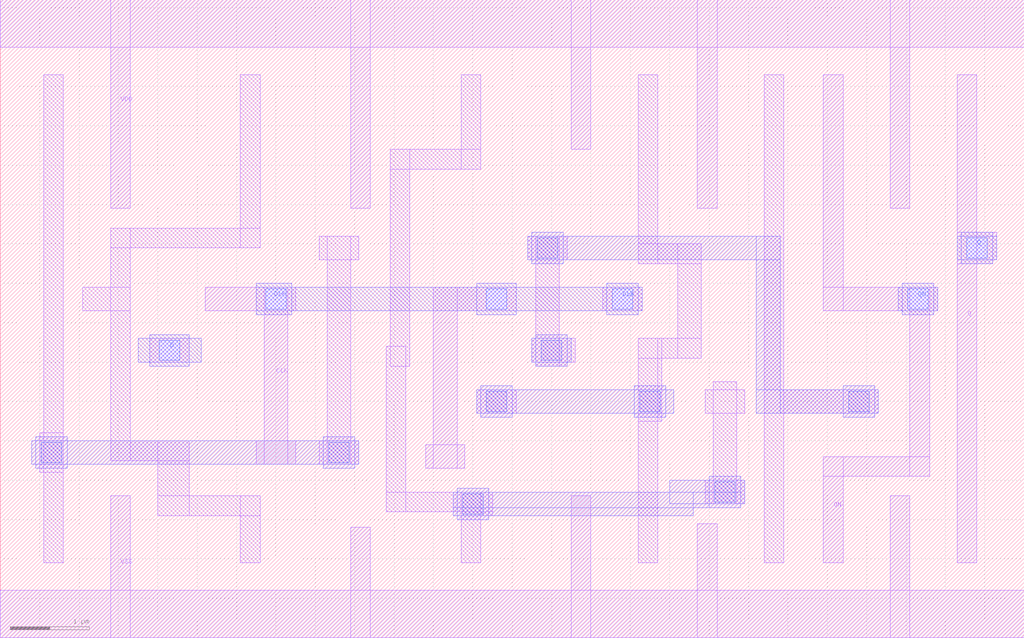
<source format=lef>
# Copyright 2022 Google LLC
# Licensed under the Apache License, Version 2.0 (the "License");
# you may not use this file except in compliance with the License.
# You may obtain a copy of the License at
#
#      http://www.apache.org/licenses/LICENSE-2.0
#
# Unless required by applicable law or agreed to in writing, software
# distributed under the License is distributed on an "AS IS" BASIS,
# WITHOUT WARRANTIES OR CONDITIONS OF ANY KIND, either express or implied.
# See the License for the specific language governing permissions and
# limitations under the License.
VERSION 5.7 ;
BUSBITCHARS "[]" ;
DIVIDERCHAR "/" ;

MACRO gf180mcu_osu_sc_gp12t3v3__dff_1
  CLASS CORE ;
  ORIGIN 0 0 ;
  FOREIGN gf180mcu_osu_sc_gp12t3v3__dff_1 0 0 ;
  SIZE 13 BY 8.1 ;
  SYMMETRY X Y ;
  SITE GF180_3p3_12t ;
  PIN VDD
    DIRECTION INOUT ;
    USE POWER ;
    SHAPE ABUTMENT ;
    PORT
      LAYER MET1 ;
        RECT 0 7.5 13 8.1 ;
        RECT 11.3 5.45 11.55 8.1 ;
        RECT 8.85 5.45 9.1 8.1 ;
        RECT 7.25 6.2 7.5 8.1 ;
        RECT 4.45 5.45 4.7 8.1 ;
        RECT 1.4 5.45 1.65 8.1 ;
    END
  END VDD
  PIN VSS
    DIRECTION INOUT ;
    USE GROUND ;
    PORT
      LAYER MET1 ;
        RECT 0 0 13 0.6 ;
        RECT 11.3 0 11.55 1.8 ;
        RECT 8.85 0 9.1 1.45 ;
        RECT 7.25 0 7.5 1.8 ;
        RECT 4.45 0 4.7 1.4 ;
        RECT 1.4 0 1.65 1.8 ;
    END
  END VSS
  PIN CLK
    DIRECTION INPUT ;
    USE CLOCK ;
    PORT
      LAYER MET1 ;
        RECT 7.65 4.15 8.15 4.45 ;
        RECT 5.5 4.15 6.55 4.45 ;
        RECT 5.4 2.15 5.9 2.45 ;
        RECT 5.5 2.15 5.8 4.45 ;
        RECT 2.6 4.15 3.75 4.45 ;
        RECT 3.25 2.2 3.75 2.5 ;
        RECT 3.35 2.2 3.65 4.45 ;
      LAYER MET2 ;
        RECT 3.25 4.15 8.15 4.45 ;
        RECT 7.7 4.1 8.1 4.5 ;
        RECT 6.05 4.1 6.55 4.5 ;
        RECT 3.25 4.1 3.7 4.5 ;
      LAYER VIA12 ;
        RECT 3.37 4.17 3.63 4.43 ;
        RECT 6.17 4.17 6.43 4.43 ;
        RECT 7.77 4.17 8.03 4.43 ;
    END
  END CLK
  PIN D
    DIRECTION INPUT ;
    USE SIGNAL ;
    PORT
      LAYER MET1 ;
        RECT 1.9 3.5 2.4 3.8 ;
      LAYER MET2 ;
        RECT 1.75 3.5 2.55 3.8 ;
        RECT 1.9 3.45 2.4 3.85 ;
      LAYER VIA12 ;
        RECT 2.02 3.52 2.28 3.78 ;
    END
  END D
  PIN Q
    DIRECTION OUTPUT ;
    USE SIGNAL ;
    PORT
      LAYER MET1 ;
        RECT 12.15 4.8 12.65 5.15 ;
        RECT 12.15 4.75 12.6 5.15 ;
        RECT 12.15 0.95 12.4 7.15 ;
      LAYER MET2 ;
        RECT 12.15 4.8 12.65 5.1 ;
        RECT 12.2 4.75 12.6 5.15 ;
      LAYER VIA12 ;
        RECT 12.27 4.82 12.53 5.08 ;
    END
  END Q
  PIN QN
    DIRECTION OUTPUT ;
    USE SIGNAL ;
    PORT
      LAYER MET1 ;
        RECT 10.45 4.15 11.9 4.45 ;
        RECT 11.55 2.05 11.8 4.45 ;
        RECT 10.45 2.05 11.8 2.3 ;
        RECT 10.45 4.15 10.7 7.15 ;
        RECT 10.45 0.95 10.7 2.3 ;
      LAYER MET2 ;
        RECT 11.4 4.15 11.9 4.45 ;
        RECT 11.45 4.1 11.85 4.5 ;
      LAYER VIA12 ;
        RECT 11.52 4.17 11.78 4.43 ;
    END
  END QN
  OBS
    LAYER MET2 ;
      RECT 6.75 4.75 7.15 5.15 ;
      RECT 6.7 4.8 9.9 5.1 ;
      RECT 9.6 2.85 9.9 5.1 ;
      RECT 10.7 2.8 11.1 3.2 ;
      RECT 9.6 2.85 11.15 3.15 ;
      RECT 9 1.65 9.4 2.05 ;
      RECT 8.5 1.7 9.45 2 ;
      RECT 5.8 1.5 6.2 1.9 ;
      RECT 5.75 1.55 8.8 1.85 ;
      RECT 5.75 1.65 9.4 1.85 ;
      RECT 8.05 2.8 8.45 3.2 ;
      RECT 6.1 2.8 6.5 3.2 ;
      RECT 6.05 2.85 8.55 3.15 ;
      RECT 6.8 3.45 7.2 3.85 ;
      RECT 6.75 3.5 7.25 3.8 ;
      RECT 4.1 2.15 4.5 2.55 ;
      RECT 0.45 2.15 0.85 2.55 ;
      RECT 0.4 2.2 4.55 2.5 ;
    LAYER VIA12 ;
      RECT 10.77 2.87 11.03 3.13 ;
      RECT 9.07 1.72 9.33 1.98 ;
      RECT 8.12 2.87 8.38 3.13 ;
      RECT 6.87 3.52 7.13 3.78 ;
      RECT 6.82 4.82 7.08 5.08 ;
      RECT 6.17 2.87 6.43 3.13 ;
      RECT 5.87 1.57 6.13 1.83 ;
      RECT 4.17 2.22 4.43 2.48 ;
      RECT 0.52 2.22 0.78 2.48 ;
    LAYER MET1 ;
      RECT 9.7 0.95 9.95 7.15 ;
      RECT 9.7 2.85 11.15 3.15 ;
      RECT 9.05 1.7 9.35 3.25 ;
      RECT 8.95 2.85 9.45 3.15 ;
      RECT 8.95 1.7 9.45 2 ;
      RECT 8.1 4.75 8.35 7.15 ;
      RECT 8.1 4.75 8.9 5 ;
      RECT 8.6 3.55 8.9 5 ;
      RECT 8.1 3.55 8.9 3.8 ;
      RECT 8.1 2.75 8.4 3.8 ;
      RECT 8.1 0.95 8.35 3.8 ;
      RECT 6.7 4.8 7.2 5.1 ;
      RECT 6.8 3.45 7.1 5.1 ;
      RECT 6.75 3.5 7.3 3.8 ;
      RECT 6.8 3.45 7.2 3.8 ;
      RECT 5.85 5.95 6.1 7.15 ;
      RECT 4.95 5.95 6.1 6.2 ;
      RECT 4.95 3.45 5.2 6.2 ;
      RECT 4.9 1.6 5.15 3.7 ;
      RECT 4.9 1.6 6.25 1.85 ;
      RECT 5.85 1.55 6.25 1.85 ;
      RECT 5.85 0.95 6.1 1.85 ;
      RECT 4.05 4.8 4.55 5.1 ;
      RECT 4.15 2.2 4.45 5.1 ;
      RECT 4.05 2.2 4.55 2.5 ;
      RECT 3.05 4.95 3.3 7.15 ;
      RECT 1.4 4.95 3.3 5.2 ;
      RECT 1.4 2.25 1.65 5.2 ;
      RECT 1.05 4.15 1.65 4.45 ;
      RECT 1.4 2.25 2.4 2.5 ;
      RECT 2 1.55 2.4 2.5 ;
      RECT 2 1.55 3.3 1.8 ;
      RECT 3.05 0.95 3.3 1.8 ;
      RECT 0.55 0.95 0.8 7.15 ;
      RECT 0.5 2.1 0.8 2.6 ;
      RECT 6.05 2.85 6.55 3.15 ;
  END
END gf180mcu_osu_sc_gp12t3v3__dff_1

</source>
